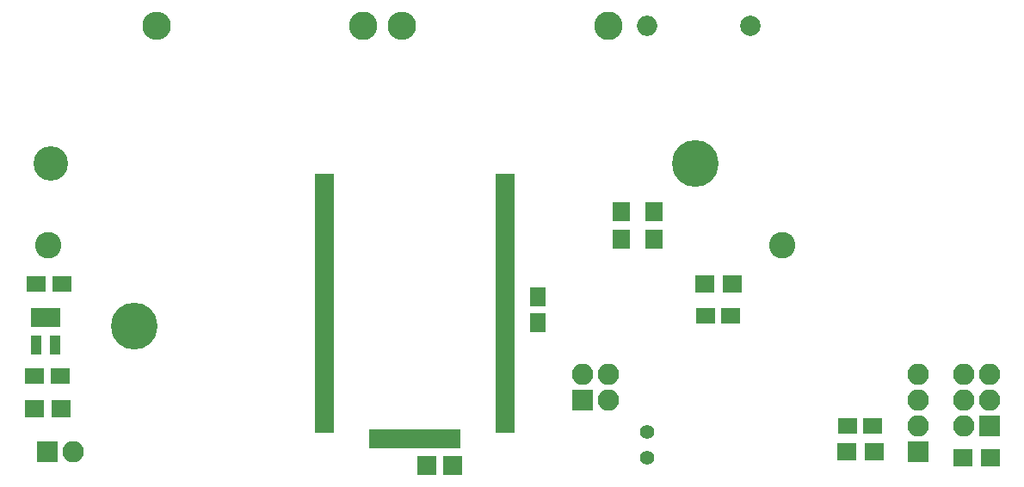
<source format=gbs>
G04 #@! TF.GenerationSoftware,KiCad,Pcbnew,(5.0.0)*
G04 #@! TF.CreationDate,2019-02-24T05:38:12+01:00*
G04 #@! TF.ProjectId,lofence,6C6F66656E63652E6B696361645F7063,rev?*
G04 #@! TF.SameCoordinates,Original*
G04 #@! TF.FileFunction,Soldermask,Bot*
G04 #@! TF.FilePolarity,Negative*
%FSLAX46Y46*%
G04 Gerber Fmt 4.6, Leading zero omitted, Abs format (unit mm)*
G04 Created by KiCad (PCBNEW (5.0.0)) date 02/24/19 05:38:12*
%MOMM*%
%LPD*%
G01*
G04 APERTURE LIST*
%ADD10O,2.100000X2.100000*%
%ADD11R,2.100000X2.100000*%
%ADD12R,1.900000X1.650000*%
%ADD13R,1.650000X1.900000*%
%ADD14R,1.900000X1.700000*%
%ADD15R,1.700000X1.900000*%
%ADD16R,1.924000X1.416000*%
%ADD17R,1.416000X1.924000*%
%ADD18C,1.400000*%
%ADD19R,1.050000X1.960000*%
%ADD20C,2.800000*%
%ADD21O,2.800000X2.800000*%
%ADD22C,2.000000*%
%ADD23O,2.000000X2.000000*%
%ADD24C,3.400000*%
%ADD25C,4.600000*%
%ADD26C,2.600000*%
%ADD27R,1.900000X1.900000*%
G04 APERTURE END LIST*
D10*
G04 #@! TO.C,J3*
X120015000Y-71755000D03*
X120015000Y-74295000D03*
X117475000Y-71755000D03*
D11*
X117475000Y-74295000D03*
G04 #@! TD*
D12*
G04 #@! TO.C,C9*
X146030000Y-76835000D03*
X143530000Y-76835000D03*
G04 #@! TD*
G04 #@! TO.C,C11*
X132060000Y-66040000D03*
X129560000Y-66040000D03*
G04 #@! TD*
D13*
G04 #@! TO.C,C13*
X113030000Y-64155000D03*
X113030000Y-66655000D03*
G04 #@! TD*
D11*
G04 #@! TO.C,J1*
X157480000Y-76835000D03*
D10*
X154940000Y-76835000D03*
X157480000Y-74295000D03*
X154940000Y-74295000D03*
X157480000Y-71755000D03*
X154940000Y-71755000D03*
G04 #@! TD*
D11*
G04 #@! TO.C,J2*
X64770000Y-79375000D03*
D10*
X67310000Y-79375000D03*
G04 #@! TD*
D11*
G04 #@! TO.C,J6*
X150495000Y-79375000D03*
D10*
X150495000Y-76835000D03*
X150495000Y-74295000D03*
X150495000Y-71755000D03*
G04 #@! TD*
D14*
G04 #@! TO.C,R1*
X154860000Y-80010000D03*
X157560000Y-80010000D03*
G04 #@! TD*
G04 #@! TO.C,R2*
X129460000Y-62865000D03*
X132160000Y-62865000D03*
G04 #@! TD*
D15*
G04 #@! TO.C,R3*
X121285000Y-55800000D03*
X121285000Y-58500000D03*
G04 #@! TD*
G04 #@! TO.C,R4*
X124460000Y-58500000D03*
X124460000Y-55800000D03*
G04 #@! TD*
D16*
G04 #@! TO.C,U3*
X92075000Y-52705000D03*
X92075000Y-53975000D03*
X92075000Y-55245000D03*
X92075000Y-56515000D03*
X92075000Y-57785000D03*
X92075000Y-59055000D03*
X92075000Y-60325000D03*
X92075000Y-61595000D03*
X92075000Y-62865000D03*
X92075000Y-64135000D03*
X92075000Y-65405000D03*
X92075000Y-66675000D03*
X92075000Y-67945000D03*
X92075000Y-69215000D03*
X92075000Y-70485000D03*
X92075000Y-71755000D03*
X92075000Y-73025000D03*
X92075000Y-74295000D03*
X92075000Y-75565000D03*
X92075000Y-76835000D03*
D17*
X97155000Y-78105000D03*
X98425000Y-78105000D03*
X99695000Y-78105000D03*
X100965000Y-78105000D03*
X102235000Y-78105000D03*
X103505000Y-78105000D03*
X104775000Y-78105000D03*
D16*
X109855000Y-76835000D03*
X109855000Y-75565000D03*
X109855000Y-74295000D03*
X109855000Y-73025000D03*
X109855000Y-71755000D03*
X109855000Y-70485000D03*
X109855000Y-69215000D03*
X109855000Y-67945000D03*
X109855000Y-66675000D03*
X109855000Y-65405000D03*
X109855000Y-64135000D03*
X109855000Y-62865000D03*
X109855000Y-61595000D03*
X109855000Y-60325000D03*
X109855000Y-59055000D03*
X109855000Y-57785000D03*
X109855000Y-56515000D03*
X109855000Y-55245000D03*
X109855000Y-53975000D03*
X109855000Y-52705000D03*
G04 #@! TD*
D18*
G04 #@! TO.C,Y1*
X123825000Y-80010000D03*
X123825000Y-77470000D03*
G04 #@! TD*
D19*
G04 #@! TO.C,U2*
X63694502Y-66172653D03*
X64644502Y-66172653D03*
X65594502Y-66172653D03*
X65594502Y-68872653D03*
X63694502Y-68872653D03*
G04 #@! TD*
D20*
G04 #@! TO.C,R8*
X95885000Y-37465000D03*
D21*
X75565000Y-37465000D03*
G04 #@! TD*
D20*
G04 #@! TO.C,R11*
X120015000Y-37465000D03*
D21*
X99695000Y-37465000D03*
G04 #@! TD*
D22*
G04 #@! TO.C,R12*
X133985000Y-37465000D03*
D23*
X123825000Y-37465000D03*
G04 #@! TD*
D24*
G04 #@! TO.C,BT1*
X65145000Y-51055000D03*
D25*
X73365000Y-67055000D03*
X128565000Y-51055000D03*
D26*
X137075000Y-59055000D03*
X64855000Y-59055000D03*
G04 #@! TD*
D14*
G04 #@! TO.C,L1*
X63500000Y-75118172D03*
X66200000Y-75118172D03*
G04 #@! TD*
G04 #@! TO.C,L2*
X143430000Y-79375000D03*
X146130000Y-79375000D03*
G04 #@! TD*
D12*
G04 #@! TO.C,C2*
X66213341Y-62865000D03*
X63713341Y-62865000D03*
G04 #@! TD*
G04 #@! TO.C,C3*
X63540000Y-71967653D03*
X66040000Y-71967653D03*
G04 #@! TD*
D27*
G04 #@! TO.C,AE2*
X102108000Y-80772000D03*
G04 #@! TD*
G04 #@! TO.C,TP1*
X104648000Y-80772000D03*
G04 #@! TD*
M02*

</source>
